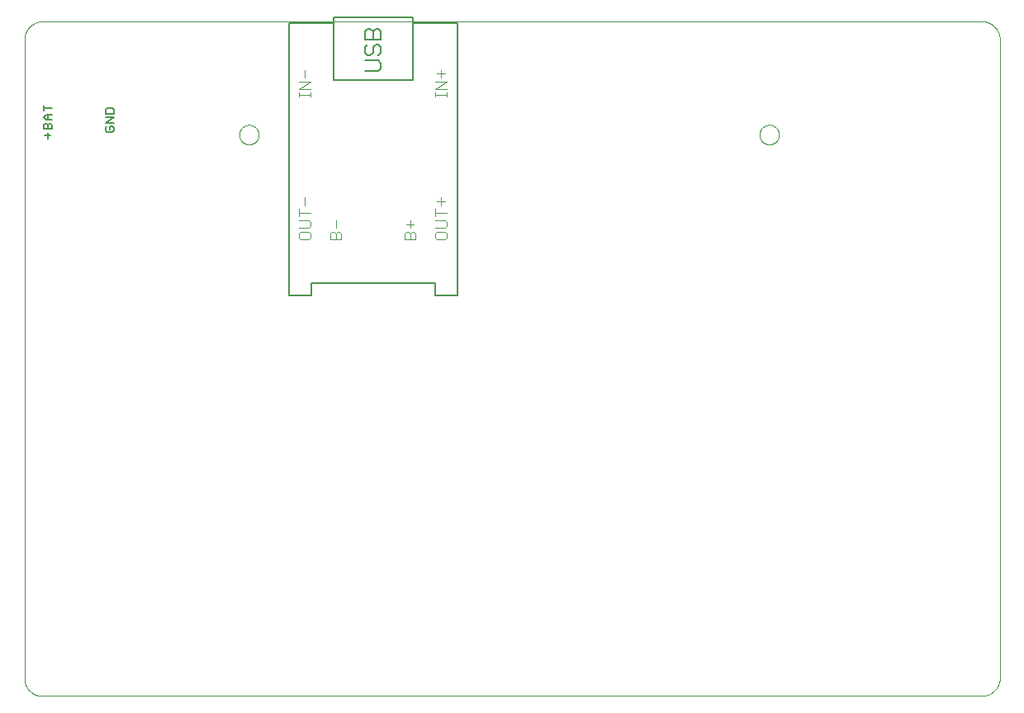
<source format=gto>
G75*
%MOIN*%
%OFA0B0*%
%FSLAX25Y25*%
%IPPOS*%
%LPD*%
%AMOC8*
5,1,8,0,0,1.08239X$1,22.5*
%
%ADD10C,0.00600*%
%ADD11C,0.00000*%
%ADD12C,0.00500*%
%ADD13C,0.00400*%
D10*
X0024548Y0244191D02*
X0024548Y0246460D01*
X0024548Y0247874D02*
X0024548Y0249576D01*
X0025115Y0250143D01*
X0025682Y0250143D01*
X0026250Y0249576D01*
X0026250Y0247874D01*
X0022847Y0247874D01*
X0022847Y0249576D01*
X0023414Y0250143D01*
X0023981Y0250143D01*
X0024548Y0249576D01*
X0024548Y0251557D02*
X0024548Y0253826D01*
X0023981Y0253826D02*
X0026250Y0253826D01*
X0026250Y0251557D02*
X0023981Y0251557D01*
X0022847Y0252692D01*
X0023981Y0253826D01*
X0022847Y0255240D02*
X0022847Y0257509D01*
X0022847Y0256375D02*
X0026250Y0256375D01*
X0025682Y0245325D02*
X0023414Y0245325D01*
X0047847Y0247225D02*
X0048414Y0246658D01*
X0050682Y0246658D01*
X0051250Y0247225D01*
X0051250Y0248359D01*
X0050682Y0248926D01*
X0049548Y0248926D01*
X0049548Y0247792D01*
X0048414Y0248926D02*
X0047847Y0248359D01*
X0047847Y0247225D01*
X0047847Y0250341D02*
X0051250Y0252609D01*
X0047847Y0252609D01*
X0047847Y0254024D02*
X0047847Y0255725D01*
X0048414Y0256292D01*
X0050682Y0256292D01*
X0051250Y0255725D01*
X0051250Y0254024D01*
X0047847Y0254024D01*
X0047847Y0250341D02*
X0051250Y0250341D01*
X0152594Y0271264D02*
X0157932Y0271264D01*
X0159000Y0272332D01*
X0159000Y0274467D01*
X0157932Y0275534D01*
X0152594Y0275534D01*
X0153662Y0277710D02*
X0154729Y0277710D01*
X0155797Y0278777D01*
X0155797Y0280912D01*
X0156864Y0281980D01*
X0157932Y0281980D01*
X0159000Y0280912D01*
X0159000Y0278777D01*
X0157932Y0277710D01*
X0153662Y0277710D02*
X0152594Y0278777D01*
X0152594Y0280912D01*
X0153662Y0281980D01*
X0152594Y0284155D02*
X0152594Y0287358D01*
X0153662Y0288425D01*
X0154729Y0288425D01*
X0155797Y0287358D01*
X0155797Y0284155D01*
X0159000Y0284155D02*
X0152594Y0284155D01*
X0155797Y0287358D02*
X0156864Y0288425D01*
X0157932Y0288425D01*
X0159000Y0287358D01*
X0159000Y0284155D01*
D11*
X0022650Y0018900D02*
X0401400Y0018900D01*
X0401399Y0018899D02*
X0401581Y0018900D01*
X0401763Y0018905D01*
X0401944Y0018915D01*
X0402125Y0018929D01*
X0402306Y0018947D01*
X0402486Y0018970D01*
X0402666Y0018997D01*
X0402845Y0019029D01*
X0403023Y0019065D01*
X0403200Y0019105D01*
X0403376Y0019150D01*
X0403551Y0019198D01*
X0403725Y0019252D01*
X0403897Y0019309D01*
X0404068Y0019370D01*
X0404237Y0019436D01*
X0404405Y0019506D01*
X0404571Y0019580D01*
X0404735Y0019658D01*
X0404897Y0019740D01*
X0405057Y0019826D01*
X0405215Y0019915D01*
X0405371Y0020009D01*
X0405524Y0020106D01*
X0405675Y0020207D01*
X0405824Y0020312D01*
X0405970Y0020421D01*
X0406113Y0020532D01*
X0406253Y0020648D01*
X0406391Y0020766D01*
X0406525Y0020888D01*
X0406657Y0021014D01*
X0406785Y0021142D01*
X0406911Y0021274D01*
X0407033Y0021408D01*
X0407151Y0021546D01*
X0407267Y0021686D01*
X0407378Y0021829D01*
X0407487Y0021975D01*
X0407592Y0022124D01*
X0407693Y0022275D01*
X0407790Y0022428D01*
X0407884Y0022584D01*
X0407973Y0022742D01*
X0408059Y0022902D01*
X0408141Y0023064D01*
X0408219Y0023228D01*
X0408293Y0023394D01*
X0408363Y0023562D01*
X0408429Y0023731D01*
X0408490Y0023902D01*
X0408547Y0024074D01*
X0408601Y0024248D01*
X0408649Y0024423D01*
X0408694Y0024599D01*
X0408734Y0024776D01*
X0408770Y0024954D01*
X0408802Y0025133D01*
X0408829Y0025313D01*
X0408852Y0025493D01*
X0408870Y0025674D01*
X0408884Y0025855D01*
X0408894Y0026036D01*
X0408899Y0026218D01*
X0408900Y0026400D01*
X0408900Y0283900D01*
X0408901Y0283900D02*
X0408900Y0284083D01*
X0408894Y0284266D01*
X0408884Y0284449D01*
X0408869Y0284631D01*
X0408850Y0284813D01*
X0408827Y0284994D01*
X0408799Y0285175D01*
X0408766Y0285355D01*
X0408729Y0285535D01*
X0408688Y0285713D01*
X0408643Y0285890D01*
X0408593Y0286066D01*
X0408539Y0286241D01*
X0408481Y0286414D01*
X0408418Y0286586D01*
X0408351Y0286756D01*
X0408281Y0286925D01*
X0408206Y0287092D01*
X0408127Y0287257D01*
X0408044Y0287420D01*
X0407957Y0287581D01*
X0407866Y0287740D01*
X0407771Y0287896D01*
X0407672Y0288050D01*
X0407570Y0288202D01*
X0407464Y0288351D01*
X0407355Y0288498D01*
X0407242Y0288642D01*
X0407125Y0288783D01*
X0407005Y0288921D01*
X0406882Y0289056D01*
X0406755Y0289188D01*
X0406625Y0289317D01*
X0406492Y0289442D01*
X0406356Y0289565D01*
X0406217Y0289684D01*
X0406076Y0289800D01*
X0405931Y0289912D01*
X0405784Y0290020D01*
X0405634Y0290125D01*
X0405482Y0290227D01*
X0405327Y0290324D01*
X0405170Y0290418D01*
X0405010Y0290508D01*
X0404849Y0290594D01*
X0404685Y0290676D01*
X0404520Y0290753D01*
X0404352Y0290827D01*
X0404183Y0290897D01*
X0404013Y0290963D01*
X0403840Y0291024D01*
X0403666Y0291081D01*
X0403491Y0291134D01*
X0403315Y0291183D01*
X0403137Y0291227D01*
X0402959Y0291267D01*
X0402779Y0291302D01*
X0402599Y0291334D01*
X0402418Y0291360D01*
X0402237Y0291383D01*
X0402054Y0291401D01*
X0401872Y0291414D01*
X0401689Y0291423D01*
X0401506Y0291427D01*
X0401323Y0291427D01*
X0401141Y0291423D01*
X0400958Y0291414D01*
X0400775Y0291401D01*
X0400775Y0291400D02*
X0022650Y0291400D01*
X0022650Y0291401D02*
X0022468Y0291400D01*
X0022286Y0291395D01*
X0022105Y0291385D01*
X0021924Y0291371D01*
X0021743Y0291353D01*
X0021563Y0291330D01*
X0021383Y0291303D01*
X0021204Y0291271D01*
X0021026Y0291235D01*
X0020849Y0291195D01*
X0020673Y0291150D01*
X0020498Y0291102D01*
X0020324Y0291048D01*
X0020152Y0290991D01*
X0019981Y0290930D01*
X0019812Y0290864D01*
X0019644Y0290794D01*
X0019478Y0290720D01*
X0019314Y0290642D01*
X0019152Y0290560D01*
X0018992Y0290474D01*
X0018834Y0290385D01*
X0018678Y0290291D01*
X0018525Y0290194D01*
X0018374Y0290093D01*
X0018225Y0289988D01*
X0018079Y0289879D01*
X0017936Y0289768D01*
X0017796Y0289652D01*
X0017658Y0289534D01*
X0017524Y0289412D01*
X0017392Y0289286D01*
X0017264Y0289158D01*
X0017138Y0289026D01*
X0017016Y0288892D01*
X0016898Y0288754D01*
X0016782Y0288614D01*
X0016671Y0288471D01*
X0016562Y0288325D01*
X0016457Y0288176D01*
X0016356Y0288025D01*
X0016259Y0287872D01*
X0016165Y0287716D01*
X0016076Y0287558D01*
X0015990Y0287398D01*
X0015908Y0287236D01*
X0015830Y0287072D01*
X0015756Y0286906D01*
X0015686Y0286738D01*
X0015620Y0286569D01*
X0015559Y0286398D01*
X0015502Y0286226D01*
X0015448Y0286052D01*
X0015400Y0285877D01*
X0015355Y0285701D01*
X0015315Y0285524D01*
X0015279Y0285346D01*
X0015247Y0285167D01*
X0015220Y0284987D01*
X0015197Y0284807D01*
X0015179Y0284626D01*
X0015165Y0284445D01*
X0015155Y0284264D01*
X0015150Y0284082D01*
X0015149Y0283900D01*
X0015150Y0283900D02*
X0015150Y0026400D01*
X0015150Y0026399D02*
X0015144Y0026224D01*
X0015143Y0026049D01*
X0015146Y0025873D01*
X0015154Y0025698D01*
X0015165Y0025523D01*
X0015181Y0025349D01*
X0015201Y0025174D01*
X0015225Y0025001D01*
X0015254Y0024828D01*
X0015287Y0024655D01*
X0015324Y0024484D01*
X0015365Y0024314D01*
X0015410Y0024144D01*
X0015460Y0023976D01*
X0015513Y0023809D01*
X0015571Y0023643D01*
X0015632Y0023479D01*
X0015698Y0023316D01*
X0015767Y0023155D01*
X0015841Y0022996D01*
X0015918Y0022839D01*
X0015999Y0022683D01*
X0016084Y0022530D01*
X0016173Y0022378D01*
X0016265Y0022229D01*
X0016361Y0022082D01*
X0016460Y0021938D01*
X0016563Y0021796D01*
X0016669Y0021656D01*
X0016779Y0021519D01*
X0016892Y0021385D01*
X0017008Y0021254D01*
X0017128Y0021126D01*
X0017250Y0021000D01*
X0017376Y0020878D01*
X0017504Y0020758D01*
X0017635Y0020642D01*
X0017769Y0020529D01*
X0017906Y0020419D01*
X0018046Y0020313D01*
X0018188Y0020210D01*
X0018332Y0020111D01*
X0018479Y0020015D01*
X0018628Y0019923D01*
X0018780Y0019834D01*
X0018933Y0019749D01*
X0019089Y0019668D01*
X0019246Y0019591D01*
X0019405Y0019517D01*
X0019566Y0019448D01*
X0019729Y0019382D01*
X0019893Y0019321D01*
X0020059Y0019263D01*
X0020226Y0019210D01*
X0020394Y0019160D01*
X0020564Y0019115D01*
X0020734Y0019074D01*
X0020905Y0019037D01*
X0021078Y0019004D01*
X0021251Y0018975D01*
X0021424Y0018951D01*
X0021599Y0018931D01*
X0021773Y0018915D01*
X0021948Y0018904D01*
X0022123Y0018896D01*
X0022299Y0018893D01*
X0022474Y0018894D01*
X0022649Y0018900D01*
X0101863Y0245632D02*
X0101865Y0245757D01*
X0101871Y0245882D01*
X0101881Y0246006D01*
X0101895Y0246130D01*
X0101912Y0246254D01*
X0101934Y0246377D01*
X0101960Y0246499D01*
X0101989Y0246621D01*
X0102022Y0246741D01*
X0102060Y0246860D01*
X0102100Y0246979D01*
X0102145Y0247095D01*
X0102193Y0247210D01*
X0102245Y0247324D01*
X0102301Y0247436D01*
X0102360Y0247546D01*
X0102422Y0247654D01*
X0102488Y0247761D01*
X0102557Y0247865D01*
X0102630Y0247966D01*
X0102705Y0248066D01*
X0102784Y0248163D01*
X0102866Y0248257D01*
X0102951Y0248349D01*
X0103038Y0248438D01*
X0103129Y0248524D01*
X0103222Y0248607D01*
X0103318Y0248688D01*
X0103416Y0248765D01*
X0103516Y0248839D01*
X0103619Y0248910D01*
X0103724Y0248977D01*
X0103832Y0249042D01*
X0103941Y0249102D01*
X0104052Y0249160D01*
X0104165Y0249213D01*
X0104279Y0249263D01*
X0104395Y0249310D01*
X0104512Y0249352D01*
X0104631Y0249391D01*
X0104751Y0249427D01*
X0104872Y0249458D01*
X0104994Y0249486D01*
X0105116Y0249509D01*
X0105240Y0249529D01*
X0105364Y0249545D01*
X0105488Y0249557D01*
X0105613Y0249565D01*
X0105738Y0249569D01*
X0105862Y0249569D01*
X0105987Y0249565D01*
X0106112Y0249557D01*
X0106236Y0249545D01*
X0106360Y0249529D01*
X0106484Y0249509D01*
X0106606Y0249486D01*
X0106728Y0249458D01*
X0106849Y0249427D01*
X0106969Y0249391D01*
X0107088Y0249352D01*
X0107205Y0249310D01*
X0107321Y0249263D01*
X0107435Y0249213D01*
X0107548Y0249160D01*
X0107659Y0249102D01*
X0107769Y0249042D01*
X0107876Y0248977D01*
X0107981Y0248910D01*
X0108084Y0248839D01*
X0108184Y0248765D01*
X0108282Y0248688D01*
X0108378Y0248607D01*
X0108471Y0248524D01*
X0108562Y0248438D01*
X0108649Y0248349D01*
X0108734Y0248257D01*
X0108816Y0248163D01*
X0108895Y0248066D01*
X0108970Y0247966D01*
X0109043Y0247865D01*
X0109112Y0247761D01*
X0109178Y0247654D01*
X0109240Y0247546D01*
X0109299Y0247436D01*
X0109355Y0247324D01*
X0109407Y0247210D01*
X0109455Y0247095D01*
X0109500Y0246979D01*
X0109540Y0246860D01*
X0109578Y0246741D01*
X0109611Y0246621D01*
X0109640Y0246499D01*
X0109666Y0246377D01*
X0109688Y0246254D01*
X0109705Y0246130D01*
X0109719Y0246006D01*
X0109729Y0245882D01*
X0109735Y0245757D01*
X0109737Y0245632D01*
X0109735Y0245507D01*
X0109729Y0245382D01*
X0109719Y0245258D01*
X0109705Y0245134D01*
X0109688Y0245010D01*
X0109666Y0244887D01*
X0109640Y0244765D01*
X0109611Y0244643D01*
X0109578Y0244523D01*
X0109540Y0244404D01*
X0109500Y0244285D01*
X0109455Y0244169D01*
X0109407Y0244054D01*
X0109355Y0243940D01*
X0109299Y0243828D01*
X0109240Y0243718D01*
X0109178Y0243610D01*
X0109112Y0243503D01*
X0109043Y0243399D01*
X0108970Y0243298D01*
X0108895Y0243198D01*
X0108816Y0243101D01*
X0108734Y0243007D01*
X0108649Y0242915D01*
X0108562Y0242826D01*
X0108471Y0242740D01*
X0108378Y0242657D01*
X0108282Y0242576D01*
X0108184Y0242499D01*
X0108084Y0242425D01*
X0107981Y0242354D01*
X0107876Y0242287D01*
X0107768Y0242222D01*
X0107659Y0242162D01*
X0107548Y0242104D01*
X0107435Y0242051D01*
X0107321Y0242001D01*
X0107205Y0241954D01*
X0107088Y0241912D01*
X0106969Y0241873D01*
X0106849Y0241837D01*
X0106728Y0241806D01*
X0106606Y0241778D01*
X0106484Y0241755D01*
X0106360Y0241735D01*
X0106236Y0241719D01*
X0106112Y0241707D01*
X0105987Y0241699D01*
X0105862Y0241695D01*
X0105738Y0241695D01*
X0105613Y0241699D01*
X0105488Y0241707D01*
X0105364Y0241719D01*
X0105240Y0241735D01*
X0105116Y0241755D01*
X0104994Y0241778D01*
X0104872Y0241806D01*
X0104751Y0241837D01*
X0104631Y0241873D01*
X0104512Y0241912D01*
X0104395Y0241954D01*
X0104279Y0242001D01*
X0104165Y0242051D01*
X0104052Y0242104D01*
X0103941Y0242162D01*
X0103831Y0242222D01*
X0103724Y0242287D01*
X0103619Y0242354D01*
X0103516Y0242425D01*
X0103416Y0242499D01*
X0103318Y0242576D01*
X0103222Y0242657D01*
X0103129Y0242740D01*
X0103038Y0242826D01*
X0102951Y0242915D01*
X0102866Y0243007D01*
X0102784Y0243101D01*
X0102705Y0243198D01*
X0102630Y0243298D01*
X0102557Y0243399D01*
X0102488Y0243503D01*
X0102422Y0243610D01*
X0102360Y0243718D01*
X0102301Y0243828D01*
X0102245Y0243940D01*
X0102193Y0244054D01*
X0102145Y0244169D01*
X0102100Y0244285D01*
X0102060Y0244404D01*
X0102022Y0244523D01*
X0101989Y0244643D01*
X0101960Y0244765D01*
X0101934Y0244887D01*
X0101912Y0245010D01*
X0101895Y0245134D01*
X0101881Y0245258D01*
X0101871Y0245382D01*
X0101865Y0245507D01*
X0101863Y0245632D01*
X0311863Y0245632D02*
X0311865Y0245757D01*
X0311871Y0245882D01*
X0311881Y0246006D01*
X0311895Y0246130D01*
X0311912Y0246254D01*
X0311934Y0246377D01*
X0311960Y0246499D01*
X0311989Y0246621D01*
X0312022Y0246741D01*
X0312060Y0246860D01*
X0312100Y0246979D01*
X0312145Y0247095D01*
X0312193Y0247210D01*
X0312245Y0247324D01*
X0312301Y0247436D01*
X0312360Y0247546D01*
X0312422Y0247654D01*
X0312488Y0247761D01*
X0312557Y0247865D01*
X0312630Y0247966D01*
X0312705Y0248066D01*
X0312784Y0248163D01*
X0312866Y0248257D01*
X0312951Y0248349D01*
X0313038Y0248438D01*
X0313129Y0248524D01*
X0313222Y0248607D01*
X0313318Y0248688D01*
X0313416Y0248765D01*
X0313516Y0248839D01*
X0313619Y0248910D01*
X0313724Y0248977D01*
X0313832Y0249042D01*
X0313941Y0249102D01*
X0314052Y0249160D01*
X0314165Y0249213D01*
X0314279Y0249263D01*
X0314395Y0249310D01*
X0314512Y0249352D01*
X0314631Y0249391D01*
X0314751Y0249427D01*
X0314872Y0249458D01*
X0314994Y0249486D01*
X0315116Y0249509D01*
X0315240Y0249529D01*
X0315364Y0249545D01*
X0315488Y0249557D01*
X0315613Y0249565D01*
X0315738Y0249569D01*
X0315862Y0249569D01*
X0315987Y0249565D01*
X0316112Y0249557D01*
X0316236Y0249545D01*
X0316360Y0249529D01*
X0316484Y0249509D01*
X0316606Y0249486D01*
X0316728Y0249458D01*
X0316849Y0249427D01*
X0316969Y0249391D01*
X0317088Y0249352D01*
X0317205Y0249310D01*
X0317321Y0249263D01*
X0317435Y0249213D01*
X0317548Y0249160D01*
X0317659Y0249102D01*
X0317769Y0249042D01*
X0317876Y0248977D01*
X0317981Y0248910D01*
X0318084Y0248839D01*
X0318184Y0248765D01*
X0318282Y0248688D01*
X0318378Y0248607D01*
X0318471Y0248524D01*
X0318562Y0248438D01*
X0318649Y0248349D01*
X0318734Y0248257D01*
X0318816Y0248163D01*
X0318895Y0248066D01*
X0318970Y0247966D01*
X0319043Y0247865D01*
X0319112Y0247761D01*
X0319178Y0247654D01*
X0319240Y0247546D01*
X0319299Y0247436D01*
X0319355Y0247324D01*
X0319407Y0247210D01*
X0319455Y0247095D01*
X0319500Y0246979D01*
X0319540Y0246860D01*
X0319578Y0246741D01*
X0319611Y0246621D01*
X0319640Y0246499D01*
X0319666Y0246377D01*
X0319688Y0246254D01*
X0319705Y0246130D01*
X0319719Y0246006D01*
X0319729Y0245882D01*
X0319735Y0245757D01*
X0319737Y0245632D01*
X0319735Y0245507D01*
X0319729Y0245382D01*
X0319719Y0245258D01*
X0319705Y0245134D01*
X0319688Y0245010D01*
X0319666Y0244887D01*
X0319640Y0244765D01*
X0319611Y0244643D01*
X0319578Y0244523D01*
X0319540Y0244404D01*
X0319500Y0244285D01*
X0319455Y0244169D01*
X0319407Y0244054D01*
X0319355Y0243940D01*
X0319299Y0243828D01*
X0319240Y0243718D01*
X0319178Y0243610D01*
X0319112Y0243503D01*
X0319043Y0243399D01*
X0318970Y0243298D01*
X0318895Y0243198D01*
X0318816Y0243101D01*
X0318734Y0243007D01*
X0318649Y0242915D01*
X0318562Y0242826D01*
X0318471Y0242740D01*
X0318378Y0242657D01*
X0318282Y0242576D01*
X0318184Y0242499D01*
X0318084Y0242425D01*
X0317981Y0242354D01*
X0317876Y0242287D01*
X0317768Y0242222D01*
X0317659Y0242162D01*
X0317548Y0242104D01*
X0317435Y0242051D01*
X0317321Y0242001D01*
X0317205Y0241954D01*
X0317088Y0241912D01*
X0316969Y0241873D01*
X0316849Y0241837D01*
X0316728Y0241806D01*
X0316606Y0241778D01*
X0316484Y0241755D01*
X0316360Y0241735D01*
X0316236Y0241719D01*
X0316112Y0241707D01*
X0315987Y0241699D01*
X0315862Y0241695D01*
X0315738Y0241695D01*
X0315613Y0241699D01*
X0315488Y0241707D01*
X0315364Y0241719D01*
X0315240Y0241735D01*
X0315116Y0241755D01*
X0314994Y0241778D01*
X0314872Y0241806D01*
X0314751Y0241837D01*
X0314631Y0241873D01*
X0314512Y0241912D01*
X0314395Y0241954D01*
X0314279Y0242001D01*
X0314165Y0242051D01*
X0314052Y0242104D01*
X0313941Y0242162D01*
X0313831Y0242222D01*
X0313724Y0242287D01*
X0313619Y0242354D01*
X0313516Y0242425D01*
X0313416Y0242499D01*
X0313318Y0242576D01*
X0313222Y0242657D01*
X0313129Y0242740D01*
X0313038Y0242826D01*
X0312951Y0242915D01*
X0312866Y0243007D01*
X0312784Y0243101D01*
X0312705Y0243198D01*
X0312630Y0243298D01*
X0312557Y0243399D01*
X0312488Y0243503D01*
X0312422Y0243610D01*
X0312360Y0243718D01*
X0312301Y0243828D01*
X0312245Y0243940D01*
X0312193Y0244054D01*
X0312145Y0244169D01*
X0312100Y0244285D01*
X0312060Y0244404D01*
X0312022Y0244523D01*
X0311989Y0244643D01*
X0311960Y0244765D01*
X0311934Y0244887D01*
X0311912Y0245010D01*
X0311895Y0245134D01*
X0311881Y0245258D01*
X0311871Y0245382D01*
X0311865Y0245507D01*
X0311863Y0245632D01*
D12*
X0189800Y0290632D02*
X0189800Y0180632D01*
X0180800Y0180632D01*
X0180800Y0185632D01*
X0130800Y0185632D01*
X0130800Y0180632D01*
X0121800Y0180632D01*
X0121800Y0290632D01*
X0139800Y0290632D01*
X0139800Y0267632D01*
X0171800Y0267632D01*
X0171800Y0290632D01*
X0171800Y0293132D01*
X0139800Y0293132D01*
X0139800Y0290632D01*
X0171800Y0290632D02*
X0189800Y0290632D01*
D13*
X0183298Y0271798D02*
X0183298Y0268728D01*
X0181763Y0270263D02*
X0184832Y0270263D01*
X0185600Y0267194D02*
X0180996Y0267194D01*
X0180996Y0264124D02*
X0185600Y0267194D01*
X0185600Y0264124D02*
X0180996Y0264124D01*
X0180996Y0262590D02*
X0180996Y0261055D01*
X0180996Y0261822D02*
X0185600Y0261822D01*
X0185600Y0261055D02*
X0185600Y0262590D01*
X0130600Y0262590D02*
X0130600Y0261055D01*
X0130600Y0261822D02*
X0125996Y0261822D01*
X0125996Y0261055D02*
X0125996Y0262590D01*
X0125996Y0264124D02*
X0130600Y0267194D01*
X0125996Y0267194D01*
X0128298Y0268728D02*
X0128298Y0271798D01*
X0130600Y0264124D02*
X0125996Y0264124D01*
X0128298Y0220213D02*
X0128298Y0217144D01*
X0125996Y0215609D02*
X0125996Y0212540D01*
X0125996Y0211005D02*
X0129832Y0211005D01*
X0130600Y0210238D01*
X0130600Y0208704D01*
X0129832Y0207936D01*
X0125996Y0207936D01*
X0126763Y0206402D02*
X0125996Y0205634D01*
X0125996Y0204100D01*
X0126763Y0203332D01*
X0129832Y0203332D01*
X0130600Y0204100D01*
X0130600Y0205634D01*
X0129832Y0206402D01*
X0126763Y0206402D01*
X0125996Y0214075D02*
X0130600Y0214075D01*
X0138496Y0205634D02*
X0139263Y0206402D01*
X0140030Y0206402D01*
X0140798Y0205634D01*
X0140798Y0203332D01*
X0143100Y0203332D02*
X0143100Y0205634D01*
X0142332Y0206402D01*
X0141565Y0206402D01*
X0140798Y0205634D01*
X0140798Y0207936D02*
X0140798Y0211005D01*
X0138496Y0205634D02*
X0138496Y0203332D01*
X0143100Y0203332D01*
X0168496Y0203332D02*
X0168496Y0205634D01*
X0169263Y0206402D01*
X0170030Y0206402D01*
X0170798Y0205634D01*
X0170798Y0203332D01*
X0173100Y0203332D02*
X0173100Y0205634D01*
X0172332Y0206402D01*
X0171565Y0206402D01*
X0170798Y0205634D01*
X0170798Y0207936D02*
X0170798Y0211005D01*
X0172332Y0209471D02*
X0169263Y0209471D01*
X0168496Y0203332D02*
X0173100Y0203332D01*
X0180996Y0204100D02*
X0181763Y0203332D01*
X0184832Y0203332D01*
X0185600Y0204100D01*
X0185600Y0205634D01*
X0184832Y0206402D01*
X0181763Y0206402D01*
X0180996Y0205634D01*
X0180996Y0204100D01*
X0180996Y0207936D02*
X0184832Y0207936D01*
X0185600Y0208704D01*
X0185600Y0210238D01*
X0184832Y0211005D01*
X0180996Y0211005D01*
X0180996Y0212540D02*
X0180996Y0215609D01*
X0180996Y0214075D02*
X0185600Y0214075D01*
X0183298Y0217144D02*
X0183298Y0220213D01*
X0184832Y0218679D02*
X0181763Y0218679D01*
M02*

</source>
